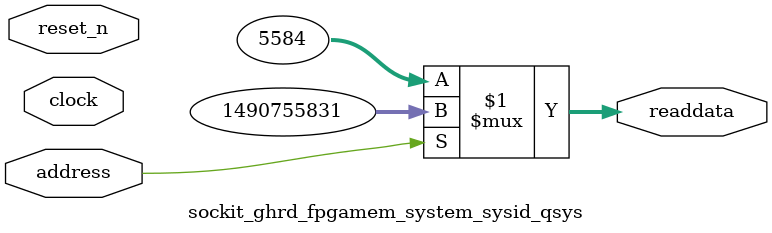
<source format=v>



// synthesis translate_off
`timescale 1ns / 1ps
// synthesis translate_on

// turn off superfluous verilog processor warnings 
// altera message_level Level1 
// altera message_off 10034 10035 10036 10037 10230 10240 10030 

module sockit_ghrd_fpgamem_system_sysid_qsys (
               // inputs:
                address,
                clock,
                reset_n,

               // outputs:
                readdata
             )
;

  output  [ 31: 0] readdata;
  input            address;
  input            clock;
  input            reset_n;

  wire    [ 31: 0] readdata;
  //control_slave, which is an e_avalon_slave
  assign readdata = address ? 1490755831 : 5584;

endmodule



</source>
